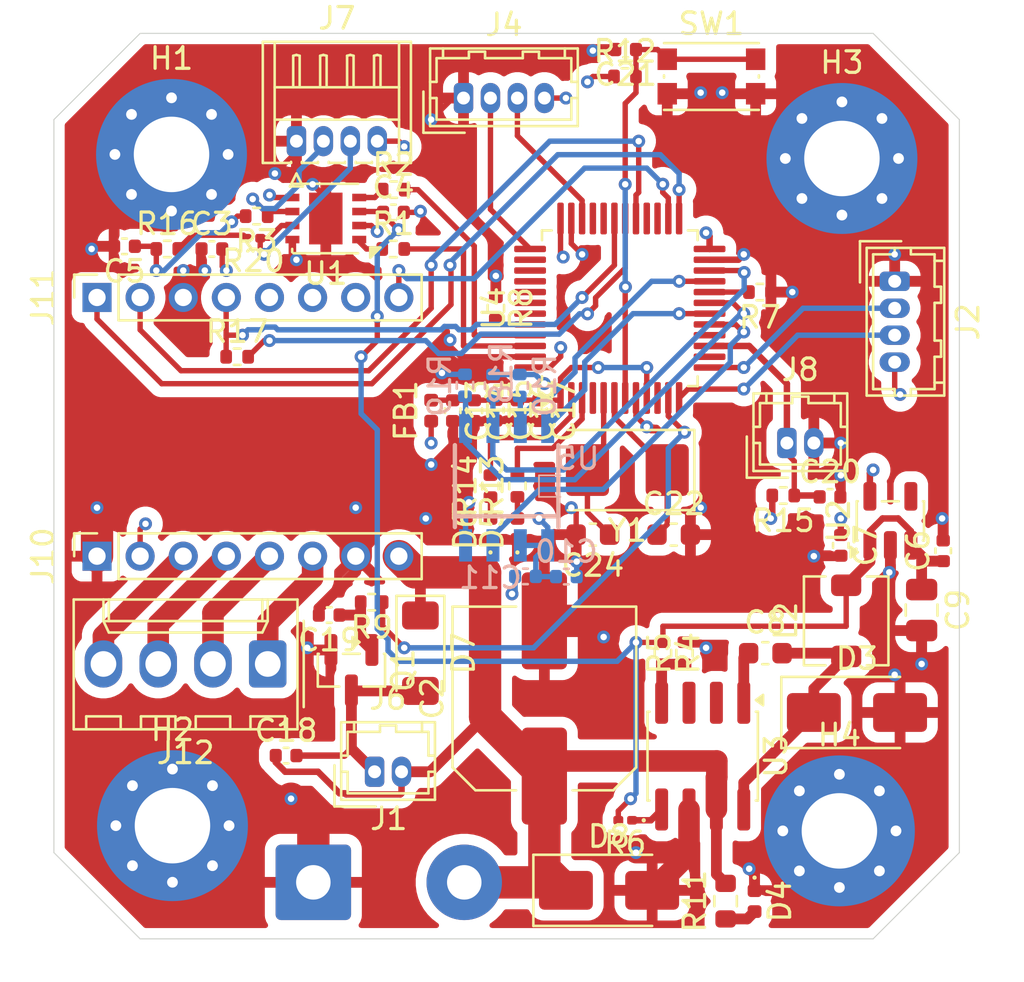
<source format=kicad_pcb>
(kicad_pcb (version 20241229) (generator "pcbnew") (generator_version "9.0")
  (layers (0 "F.Cu" signal) (4 "In1.Cu" signal) (6 "In2.Cu" signal) (2 "B.Cu" signal) (13 "F.Paste" user) (15 "B.Paste" user) (5 "F.SilkS" user "F.Silkscreen") (7 "B.SilkS" user "B.Silkscreen") (1 "F.Mask" user) (3 "B.Mask" user) (25 "Edge.Cuts" user))
  (net 0 "")
  (net 1 "GND")
  (net 2 "24V")
  (net 3 "3.3V_DİG")
  (net 4 "5V")
  (net 5 "Net-(C5-Pad1)")
  (net 6 "Net-(D3-K)")
  (net 7 "Net-(U3-BOOT)")
  (net 8 "VDDA")
  (net 9 "Net-(D7-A)")
  (net 10 "Net-(Q1-G)")
  (net 11 "TEMP_SENSE")
  (net 12 "NRST")
  (net 13 "PH1")
  (net 14 "PH0")
  (net 15 "Net-(D4-A)")
  (net 16 "Net-(D5-A)")
  (net 17 "Net-(D6-A)")
  (net 18 "DEGUB_TX")
  (net 19 "DEGUB_RX")
  (net 20 "CAN_H")
  (net 21 "SWDIO")
  (net 22 "SWCLK")
  (net 23 "DIR_AS5600")
  (net 24 "SCL_AS5600")
  (net 25 "AS5600_PWM")
  (net 26 "GPIO_AS5600")
  (net 27 "SDA_AS5600")
  (net 28 "CAN_L")
  (net 29 "M1B")
  (net 30 "M1A")
  (net 31 "M2B")
  (net 32 "M2A")
  (net 34 "TMC_USART_RX")
  (net 36 "STEP")
  (net 37 "EN")
  (net 39 "DIR")
  (net 40 "CAN_TX")
  (net 41 "Net-(U1-TXD)")
  (net 42 "Net-(U1-RXD)")
  (net 43 "CAN_RX")
  (net 44 "Net-(U3-VSNS)")
  (net 45 "Net-(U3-ENA)")
  (net 46 "Net-(U4-PB2)")
  (net 47 "Net-(U4-BOOT0)")
  (net 48 "FAN_Active")
  (net 49 "RED_LED")
  (net 50 "BLUE_LED")
  (net 51 "TMC_USART_TX")
  (net 69 "Net-(R16-Pad2)")
  (footprint "Resistor_SMD:R_0402_1005Metric" (layer "F.Cu") (at 90.76 53.25)
    (property "Reference" "R2")
    (property "Value" "22R")
  )
  (footprint "Package_TO_SOT_SMD:SOT-23" (layer "F.Cu") (at 88.8 75.538116 -90)
    (property "Reference" "Q1")
    (property "Value" "AO3400A")
  )
  (footprint "Connector_Hirose:Hirose_DF13-02P-1.25DSA_1x02_P1.25mm_Vertical" (layer "F.Cu") (at 109 65)
    (property "Reference" "J8")
    (property "Value" "Conn_01x02_Socket")
  )
  (footprint "Resistor_SMD:R_0402_1005Metric" (layer "F.Cu") (at 90.74 56)
    (property "Reference" "R1")
    (property "Value" "22R")
  )
  (footprint "Capacitor_SMD:C_0402_1005Metric" (layer "F.Cu") (at 96.5 63.5 -90)
    (property "Reference" "C16")
    (property "Value" "100nF")
  )
  (footprint "Resistor_SMD:R_0402_1005Metric" (layer "F.Cu") (at 108.83136 67.43615 180)
    (property "Reference" "R15")
    (property "Value" "10k")
  )
  (footprint "LED_SMD:LED_0402_1005Metric" (layer "F.Cu") (at 96.5 68.985 90)
    (property "Reference" "D5")
    (property "Value" "RED")
  )
  (footprint "Connector_PinSocket_2.00mm:PinSocket_1x08_P2.00mm_Vertical" (layer "F.Cu") (at 77 58.25 90)
    (property "Reference" "J11")
    (property "Value" "Conn_01x08_Socket")
  )
  (footprint "Capacitor_SMD:C_0402_1005Metric" (layer "F.Cu") (at 94.5 63.5 -90)
    (property "Reference" "C14")
    (property "Value" "100nF")
  )
  (footprint "Capacitor_SMD:C_0402_1005Metric" (layer "F.Cu") (at 90.749369 54.302419)
    (property "Reference" "C4")
    (property "Value" "0.1uF")
  )
  (footprint "Resistor_SMD:R_0402_1005Metric" (layer "F.Cu") (at 96.5 66.99 90)
    (property "Reference" "R13")
    (property "Value" "330R")
  )
  (footprint "Resistor_SMD:R_0402_1005Metric" (layer "F.Cu") (at 107.75 58 180)
    (property "Reference" "R7")
    (property "Value" "10k")
  )
  (footprint "MountingHole:MountingHole_3.5mm_Pad_Via" (layer "F.Cu") (at 111.435276 82.992262)
    (property "Reference" "H4")
    (property "Value" "MountingHole_Pad")
  )
  (footprint "Connector_Hirose:Hirose_DF13-04P-1.25DSA_1x04_P1.25mm_Vertical" (layer "F.Cu") (at 114 57.5 -90)
    (property "Reference" "J2")
    (property "Value" "Conn_01x04_Socket")
  )
  (footprint "Capacitor_SMD:C_0402_1005Metric" (layer "F.Cu") (at 111.5 69.75 -90)
    (property "Reference" "C7")
    (property "Value" "1uF")
  )
  (footprint "Button_Switch_SMD:SW_Push_1P1T_NO_CK_KMR2" (layer "F.Cu") (at 105.5 48)
    (property "Reference" "SW1")
    (property "Value" "SW_Push")
  )
  (footprint "Capacitor_SMD:C_0402_1005Metric" (layer "F.Cu") (at 111 67.5)
    (property "Reference" "C20")
    (property "Value" "100nF")
  )
  (footprint "LED_SMD:LED_0402_1005Metric" (layer "F.Cu") (at 95.25 68.985 90)
    (property "Reference" "D6")
    (property "Value" "BLUE")
  )
  (footprint "Resistor_SMD:R_0402_1005Metric" (layer "F.Cu") (at 83.5 61)
    (property "Reference" "R17")
    (property "Value" "1k")
  )
  (footprint "Capacitor_SMD:C_Elec_8x10.2" (layer "F.Cu") (at 97.75 76.85 90)
    (property "Reference" "C2")
    (property "Value" "4,7uF")
  )
  (footprint "Package_DFN_QFN:DFN-8-1EP_3x3mm_P0.65mm_EP1.55x2.4mm" (layer "F.Cu") (at 87.6125 54.587963 180)
    (property "Reference" "U1")
    (property "Value" "MCP2542FDxMF")
  )
  (footprint "Capacitor_SMD:C_0603_1608Metric" (layer "F.Cu") (at 103.75 69.25)
    (property "Reference" "C22")
    (property "Value" "20pF")
  )
  (footprint "Resistor_SMD:R_0402_1005Metric" (layer "F.Cu") (at 89.74 72.383403 180)
    (property "Reference" "R9")
    (property "Value" "100R")
  )
  (footprint "Capacitor_SMD:C_0402_1005Metric" (layer "F.Cu") (at 93.5 63.5 -90)
    (property "Reference" "C13")
    (property "Value" "100nF")
  )
  (footprint "Connector_Molex:Molex_KK-254_AE-6410-04A_1x04_P2.54mm_Vertical" (layer "F.Cu") (at 84.918435 75.25 180)
    (property "Reference" "J12")
    (property "Value" "Conn_01x04_Socket")
  )
  (footprint "Capacitor_SMD:C_0805_2012Metric" (layer "F.Cu") (at 115.25 72.75 -90)
    (property "Reference" "C9")
    (property "Value" "100uF")
  )
  (footprint "Resistor_SMD:R_0402_1005Metric" (layer "F.Cu") (at 80.26 56)
    (property "Reference" "R16")
    (property "Value" "60R")
  )
  (footprint "Capacitor_SMD:C_0402_1005Metric" (layer "F.Cu") (at 95.5 63.48 -90)
    (property "Reference" "C15")
    (property "Value" "100nF")
  )
  (footprint "Package_TO_SOT_SMD:SOT-23-5" (layer "F.Cu") (at 113.8 68.6125 90)
    (property "Reference" "U2")
    (property "Value" "AP2112K-3.3")
  )
  (footprint "Crystal:Crystal_SMD_5032-2Pin_5.0x3.2mm" (layer "F.Cu") (at 101.597911 66.255884 180)
    (property "Reference" "Y1")
    (property "Value" "Crystal")
  )
  (footprint "Inductor_SMD:L_0402_1005Metric" (layer "F.Cu") (at 92.5 63.5 90)
    (property "Reference" "FB1")
    (property "Value" "FerriteBead")
  )
  (footprint "LED_SMD:LED_0402_1005Metric" (layer "F.Cu") (at 107.5 86.25 -90)
    (property "Reference" "D4")
    (property "Value" "GREEN")
  )
  (footprint "Diode_SMD:D_0201_0603Metric" (layer "F.Cu") (at 101.5 82.5 180)
    (property "Reference" "R6")
    (property "Value" "0")
  )
  (footprint "Resistor_SMD:R_0402_1005Metric" (layer "F.Cu") (at 101.49 48)
    (property "Reference" "R12")
    (property "Value" "10k")
  )
  (footprint "Capacitor_SMD:C_0402_1005Metric" (layer "F.Cu") (at 97.5 63.5 -90)
    (property "Reference" "C17")
    (property "Value" "1uF")
  )
  (footprint "Resistor_SMD:R_0402_1005Metric" (layer "F.Cu") (at 95.5 58.75 -90)
    (property "Reference" "R8")
    (property "Value" "10k")
  )
  (footprint "Capacitor_SMD:C_0603_1608Metric" (layer "F.Cu") (at 100 69.25 180)
    (property "Reference" "C24")
    (property "Value" "20pF")
  )
  (footprint "Capacitor_SMD:C_0402_1005Metric" (layer "F.Cu") (at 78.274811 55.876273 180)
    (property "Reference" "C5")
    (property "Value" "4.7nF")
  )
  (footprint "Inductor_SMD:L_Murata_DEM3512C" (layer "F.Cu") (at 111.75 73.25 90)
    (property "Reference" "L2")
    (property "Value" "33uH")
  )
  (footprint "MountingHole:MountingHole_3.5mm_Pad_Via" (layer "F.Cu") (at 111.552944 51.802944)
    (property "Reference" "H3")
    (property "Value" "MountingHole_Pad")
  )
  (footprint "Capacitor_SMD:C_0603_1608Metric" (layer "F.Cu") (at 108 74.75)
    (property "Reference" "C8")
    (property "Value" "0.01uF")
  )
  (footprint "Resistor_SMD:R_0402_1005Metric" (layer "F.Cu") (at 103.25 74.75 -90)
    (property "Reference" "R4")
    (property "Value" "10k")
  )
  (footprint "Capacitor_SMD:C_0402_1005Metric" (layer "F.Cu") (at 85.77 79.5)
    (property "Reference" "C18")
    (property "Value" "10uF")
  )
  (footprint "Resistor_SMD:R_0603_1608Metric" (layer "F.Cu") (at 106.157379 86.251435 90)
    (property "Reference" "R11")
    (property "Value" "4.7k")
  )
  (footprint "Connector_Hirose:Hirose_DF13-02P-1.25DSA_1x02_P1.25mm_Vertical" (layer "F.Cu") (at 89.875 80.25)
    (property "Reference" "J6")
    (property "Value" "Conn_01x02_Socket")
  )
  (footprint "Package_SO:SOIC-8_3.9x4.9mm_P1.27mm" (layer "F.Cu") (at 105.095 79.525 -90)
    (property "Reference" "U3")
    (property "Value" "TPS5420D")
  )
  (footprint "Capacitor_SMD:C_0402_1005Metric" (layer "F.Cu") (at 87.77 72.98111 180)
    (property "Reference" "C19")
    (property "Value" "10nF")
  )
  (footprint "Resistor_SMD:R_0402_1005Metric" (layer "F.Cu") (at 95.25 67 90)
    (property "Reference" "R14")
    (property "Value" "330R")
  )
  (footprint "Diode_SMD:D_SMA" (layer "F.Cu") (at 112.25 77.5)
    (property "Reference" "D3")
    (property "Value" "SS34")
  )
  (footprint "Connector_PinSocket_2.00mm:PinSocket_1x08_P2.00mm_Vertical" (layer "F.Cu") (at 77 70.25 90)
    (property "Reference" "J10")
    (property "Value" "Conn_01x08_Socket")
  )
  (footprint "MountingHole:MountingHole_3.5mm_Pad_Via" (layer "F.Cu") (at 80.5 82.75)
    (property "Reference" "H2")
    (property "Value" "MountingHole_Pad")
  )
  (footprint "Package_QFP:LQFP-48_7x7mm_P0.5mm" (layer "F.Cu") (at 101.25 58.75 90)
    (property "Reference" "U4")
    (property "Value" "STM32F103C8Tx")
  )
  (footprint "Diode_SMD:D_SMA" (layer "F.Cu") (at 100.75 85.75)
    (property "Reference" "D8")
    (property "Value" "SMAJ40A")
  )
  (footprint "Capacitor_SMD:C_0402_1005Metric" (layer "F.Cu") (at 116.25 70 90)
    (property "Reference" "C6")
    (property "Value" "1uF")
  )
  (footprint "MountingHole:MountingHole_3.5mm_Pad_Via" (layer "F.Cu") (at 80.45571 51.614219)
    (property "Reference" "H1")
    (property "Value" "MountingHole_Pad")
  )
  (footprint "Resistor_SMD:R_0201_0603Metric" (layer "F.Cu") (at 84.25 55.5 180)
    (property "Reference" "R20")
    (property "Value" "0")
  )
  (footprint "Connector_Hirose:Hirose_DF13-04P-1.25DS_1x04_P1.25mm_Horizontal" (layer "F.Cu") (at 86.25 51)
    (property "Reference" "J7")
    (property "Value" "Conn_01x04_Socket")
  )
  (footprint "Resistor_SMD:R_0402_1005Metric" (layer "F.Cu") (at 104.25 74.75 90)
    (property "Reference" "R5")
    (property "Value" "3.24k")
  )
  (footprint "Resistor_SMD:R_0402_1005Metric" (layer "F.Cu") (at 84.405103 54.476539 180)
    (property "Reference" "R3")
    (property "Value" "60R")
  )
  (footprint "Connector_Hirose:Hirose_DF13-04P-1.25DSA_1x04_P1.25mm_Vertical" (layer "F.Cu") (at 94 49)
    (property "Reference" "J4")
    (property "Value" "Conn_01x04_Socket")
  )
  (footprint "Connector_Wire:SolderWire-0.75sqmm_1x02_P7mm_D1.25mm_OD3.5mm" (layer "F.Cu") (at 87.034258 85.379282)
    (property "Reference" "J1")
    (property "Value" "Conn_01x02_Socket")
  )
  (footprint "Capacitor_SMD:C_0402_1005Metric" (layer "F.Cu") (at 101.52 46.75 180)
    (property "Reference" "C21")
    (property "Value" "100nF")
  )
  (footprint "Capacitor_SMD:C_0402_1005Metric" (layer "F.Cu") (at 82.32836 56)
    (property "Reference" "C3")
    (property "Value" "0.1uF")
  )
  (footprint "Diode_SMD:D_MiniMELF" (layer "F.Cu") (at 92 74.75 -90)
    (property "Reference" "D7")
    (property "Value" "LL4148")
  )
  (footprint "Resistor_SMD:R_0402_1005Metric" (layer "B.Cu") (at 95.373942 62.333603 90)
    (property "Reference" "R18")
    (property "Value" "4.7k")
  )
  (footprint "AS5600:SOIC8" (layer "B.Cu") (at 96 67 180)
    (property "Reference" "U5")
    (property "Value" "AS5600")
  )
  (footprint "Resistor_SMD:R_0402_1005Metric" (layer "B.Cu") (at 94.067471 62.325007 -90)
    (property "Reference" "R19")
    (property "Value" "1k")
  )
  (footprint "Resistor_SMD:R_0402_1005Metric" (layer "B.Cu") (at 96.605078 62.332679 90)
    (property "Reference" "R10")
    (property "Value" "4.7k")
  )
  (footprint "Capacitor_SMD:C_0402_1005Metric" (layer "B.Cu") (at 98.77 71.196783 180)
    (property "Reference" "C10")
    (property "Value" "100nF")
  )
  (footprint "Capacitor_SMD:C_0402_1005Metric" (layer "B.Cu") (at 96.873189 71.188203)
    (property "Reference" "C11")
    (property "Value" "10uF")
  )
  (gr_line (start 75 50) (end 75 84) (stroke (width 0.05)) (layer "Edge.Cuts"))
  (gr_line (start 117 50) (end 113 46) (stroke (width 0.05)) (layer "Edge.Cuts"))
  (gr_line (start 113 88) (end 117 84) (stroke (width 0.05)) (layer "Edge.Cuts"))
  (gr_line (start 79 88) (end 113 88) (stroke (width 0.05)) (layer "Edge.Cuts"))
  (gr_line (start 79 46) (end 75 50) (stroke (width 0.05)) (layer "Edge.Cuts"))
  (gr_line (start 75 84) (end 79 88) (stroke (width 0.05)) (layer "Edge.Cuts"))
  (gr_line (start 113 46) (end 79 46) (stroke (width 0.05)) (layer "Edge.Cuts"))
  (gr_line (start 117 84) (end 117 50) (stroke (width 0.05)) (layer "Edge.Cuts"))
  (segment (start 91.947581 54.302419) (end 92 54.25) (width 0.25) (layer "F.Cu") (net 1))
  (segment (start 96.5 63.98) (end 97.5 63.98) (width 0.25) (layer "F.Cu") (net 1))
  (segment (start 81 58.25) (end 81 57) (width 0.25) (layer "F.Cu") (net 1))
  (segment (start 104.525 69.25) (end 104.525 68.475) (width 0.25) (layer "F.Cu") (net 1))
  (segment (start 95.48 63.98) (end 95.5 63.96) (width 0.25) (layer "F.Cu") (net 1))
  (segment (start 86.0625 55.562963) (end 86.0625 56.3125) (width 0.25) (layer "F.Cu") (net 1))
  (segment (start 104.99 74.24) (end 105.25 74.5) (width 0.25) (layer "F.Cu") (net 1))
  (segment (start 111.48 67.5) (end 111.48 66.52) (width 0.3) (layer "F.Cu") (net 1))
  (segment (start 77 70.25) (end 77 68) (width 1.5) (layer "F.Cu") (net 1))
  (segment (start 110.27 70.23) (end 110.25 70.25) (width 0.3) (layer "F.Cu") (net 1))
  (segment (start 104.46 84.04) (end 102.75 85.75) (width 1) (layer "F.Cu") (net 1))
  (segment (start 99 55.75) (end 99.5 56.25) (width 0.25) (layer "F.Cu") (net 1))
  (segment (start 86.850616 74.600616) (end 86.75 74.5) (width 0.3) (layer "F.Cu") (net 1))
  (segment (start 94.5 63.98) (end 95.48 63.98) (width 0.25) (layer "F.Cu") (net 1))
  (segment (start 96.48 63.96) (end 96.5 63.98) (width 0.25) (layer "F.Cu") (net 1))
  (segment (start 115.25 73.7) (end 115.25 75.25) (width 0.5) (layer "F.Cu") (net 1))
  (segment (start 103.45 48.8) (end 104.95 48.8) (width 0.25) (layer "F.Cu") (net 1))
  (segment (start 106.05 48.8) (end 106 48.75) (width 0.25) (layer "F.Cu") (net 1))
  (segment (start 81.84836 56.84836) (end 82 57) (width 0.25) (layer "F.Cu") (net 1))
  (segment (start 96.5 69.47) (end 95.25 69.47) (width 0.25) (layer "F.Cu") (net 1))
  (segment (start 76.873727 55.876273) (end 76.75 56) (width 0.25) (layer "F.Cu") (net 1))
  (segment (start 86.0625 56.3125) (end 86.25 56.5) (width 0.25) (layer "F.Cu") (net 1))
  (segment (start 108.26 58) (end 109.25 58) (width 0.3) (layer "F.Cu") (net 1))
  (segment (start 102 62.9125) (end 102 63.75) (width 0.25) (layer "F.Cu") (net 1))
  (segment (start 86.25 51) (end 86.25 51.5) (width 0.25) (layer "F.Cu") (net 1))
  (segment (start 93.5 63.98) (end 93.5 65) (width 0.25) (layer "F.Cu") (net 1))
  (segment (start 104.25 74.24) (end 104.99 74.24) (width 0.25) (layer "F.Cu") (net 1))
  (segment (start 93.86219 61) (end 93.375 60.51281) (width 0.25) (layer "F.Cu") (net 1))
  (segment (start 104.42 84) (end 102 84) (width 1) (layer "F.Cu") (net 1))
  (segment (start 104.95 48.8) (end 105 48.75) (width 0.25) (layer "F.Cu") (net 1))
  (segment (start 104.46 82) (end 104.46 84.04) (width 1) (layer "F.Cu") (net 1))
  (segment (start 81.84836 56) (end 81.84836 56.84836) (width 0.25) (layer "F.Cu") (net 1))
  (segment (start 95.5 58.24) (end 95.5 57.25) (width 0.25) (layer "F.Cu") (net 1))
  (segment (start 93.5 49) (end 92.5 50) (width 0.25) (layer "F.Cu") (net 1))
  (segment (start 107.5 85) (end 107.25 84.75) (width 0.5) (layer "F.Cu") (net 1))
  (segment (start 89.722983 54.912963) (end 89.997211 55.187191) (width 0.25) (layer "F.Cu") (net 1))
  (segment (start 111.5 70.23) (end 110.27 70.23) (width 0.3) (layer "F.Cu") (net 1))
  (segment (start 114.25 76) (end 114 75.75) (width 0.5) (layer "F.Cu") (net 1))
  (segment (start 104.525 68.475) (end 105 68) (width 0.25) (layer "F.Cu") (net 1))
  (segment (start 116.25 68.55) (end 116.2 68.5) (width 0.5) (layer "F.Cu") (net 1))
  (segment (start 106.75 56.5) (end 107 56.25) (width 0.3) (layer "F.Cu") (net 1))
  (segment (start 87.85 74.600616) (end 86.850616 74.600616) (width 0.3) (layer "F.Cu") (net 1))
  (segment (start 86.25 51.5) (end 85.25 52.5) (width 0.25) (layer "F.Cu") (net 1))
  (segment (start 111.48 66.52) (end 111.5 66.5) (width 0.3) (layer "F.Cu") (net 1))
  (segment (start 89.1625 54.912963) (end 89.722983 54.912963) (width 0.25) (layer "F.Cu") (net 1))
  (segment (start 93.22 69.47) (end 92.25 68.5) (width 0.25) (layer "F.Cu") (net 1))
  (segment (start 87.6125 53.6125) (end 87 53) (width 0.25) (layer "F.Cu") (net 1))
  (segment (start 101.04 46.75) (end 100.05 46.75) (width 0.25) (layer "F.Cu") (net 1))
  (segment (start 93.375 60.51281) (end 93.375 60.220491) (width 0.25) (layer "F.Cu") (net 1))
  (segment (start 100.05 46.75) (end 100 46.8) (width 0.25) (layer "F.Cu") (net 1))
  (segment (start 99.225 68.225) (end 99 68) (width 0.25) (layer "F.Cu") (net 1))
  (segment (start 95.5 63.96) (end 96.48 63.96) (width 0.25) (layer "F.Cu") (net 1))
  (segment (start 87.29 72.671111) (end 89 70.961111) (width 0.5) (layer "F.Cu") (net 1))
  (segment (start 99 54.5875) (end 99 55.75) (width 0.25) (layer "F.Cu") (net 1))
  (segment (start 116.25 69.52) (end 116.25 68.55) (width 0.5) (layer "F.Cu") (net 1))
  (segment (start 99.225 69.25) (end 99.225 68.225) (width 0.25) (layer "F.Cu") (net 1))
  (segment (start 95.25 69.47) (end 93.22 69.47) (width 0.25) (layer "F.Cu") (net 1))
  (segment (start 97.75 73.25) (end 99.75 73.25) (width 1.5) (layer "F.Cu") (net 1))
  (segment (start 102 63.75) (end 102.5 64.25) (width 0.25) (layer "F.Cu") (net 1))
  (segment (start 105.4125 56.5) (end 106.75 56.5) (width 0.3) (layer "F.Cu") (net 1))
  (segment (start 87.034258 82.534258) (end 86 81.5) (width 1.5) (layer "F.Cu") (net 1))
  (segment (start 113.8 70.95) (end 113.75 71) (width 0.5) (layer "F.Cu") (net 1))
  (segment (start 77.794811 55.876273) (end 76.873727 55.876273) (width 0.25) (layer "F.Cu") (net 1))
  (segment (start 89 70.25) (end 89 68) (width 1.5) (layer "F.Cu") (net 1))
  (segment (start 93.5 65) (end 92.5 66) (width 0.25) (layer "F.Cu") (net 1))
  (segment (start 87.6125 54.587963) (end 87.6125 53.6125) (width 0.25) (layer "F.Cu") (net 1))
  (segment (start 104.46 84.04) (end 104.42 84) (width 1) (layer "F.Cu") (net 1))
  (segment (start 107.5 85.765) (end 107.5 85) (width 0.5) (layer "F.Cu") (net 1))
  (segment (start 110.25 65) (end 111.5 65) (width 0.3) (layer "F.Cu") (net 1))
  (segment (start 87.29 72.98111) (end 87.29 72.671111) (width 0.5) (layer "F.Cu") (net 1))
  (segment (start 114 57.5) (end 114 56.25) (width 0.3) (layer "F.Cu") (net 1))
  (segment (start 107.55 48.8) (end 106.05 48.8) (width 0.25) (layer "F.Cu") (net 1))
  (segment (start 113.8 69.75) (end 113.8 70.95) (width 0.5) (layer "F.Cu") (net 1))
  (segment (start 99.75 73.25) (end 100.5 74) (width 1.5) (layer "F.Cu") (net 1))
  (segment (start 114.25 77.5) (end 114.25 76) (width 0.5) (layer "F.Cu") (net 1))
  (segment (start 93.5 63.98) (end 94.5 63.98) (width 0.25) (layer "F.Cu") (net 1))
  (segment (start 97.0875 61) (end 93.86219 61) (width 0.25) (layer "F.Cu") (net 1))
  (segment (start 87.034258 85.379282) (end 87.034258 82.534258) (width 1.5) (layer "F.Cu") (net 1))
  (segment (start 91.229369 54.302419) (end 91.947581 54.302419) (width 0.25) (layer "F.Cu") (net 1))
  (segment (start 94 49) (end 93.5 49) (width 0.25) (layer "F.Cu") (net 1))
  (segment (start 89 70.961111) (end 89 70.25) (width 0.5) (layer "F.Cu") (net 1))
  (via (at 111.5 65) (size 0.6) (drill 0.3) (layers "F.Cu" "B.Cu") (net 1))
  (via (at 82 57) (size 0.6) (drill 0.3) (layers "F.Cu" "B.Cu") (net 1))
  (via (at 93 61.75) (size 0.6) (drill 0.3) (layers "F.Cu" "B.Cu") (net 1))
  (via (at 86 81.5) (size 0.6) (drill 0.3) (layers "F.Cu" "B.Cu") (net 1))
  (via (at 116.2 68.5) (size 0.6) (drill 0.3) (layers "F.Cu" "B.Cu") (net 1))
  (via (at 114 75.75) (size 0.6) (drill 0.3) (layers "F.Cu" "B.Cu") (net 1))
  (via (at 89 68) (size 0.6) (drill 0.3) (layers "F.Cu" "B.Cu") (net 1))
  (via (at 96.25 72) (size 0.6) (drill 0.3) (layers "F.Cu" "B.Cu") (net 1))
  (via (at 92.5 50) (size 0.6) (drill 0.3) (layers "F.Cu" "B.Cu") (net 1))
  (via (at 107 56.25) (size 0.6) (drill 0.3) (layers "F.Cu" "B.Cu") (net 1))
  (via (at 102.5 64.25) (size 0.6) (drill 0.3) (layers "F.Cu" "B.Cu") (net 1))
  (via (at 93.375 60.220491) (size 0.6) (drill 0.3) (layers "F.Cu" "B.Cu") (net 1))
  (via (at 99.5 56.25) (size 0.6) (drill 0.3) (layers "F.Cu" "B.Cu") (net 1))
  (via (at 76.75 56) (size 0.6) (drill 0.3) (layers "F.Cu" "B.Cu") (net 1))
  (via (at 81 57) (size 0.6) (drill 0.3) (layers "F.Cu" "B.Cu") (net 1))
  (via (at 99.25 70.5) (size 0.6) (drill 0.3) (layers "F.Cu" "B.Cu") (net 1))
  (via (at 111.5 66.5) (size 0.6) (drill 0.3) (layers "F.Cu" "B.Cu") (net 1))
  (via (at 105.25 74.5) (size 0.6) (drill 0.3) (layers "F.Cu" "B.Cu") (net 1))
  (via (at 110.25 70.25) (size 0.6) (drill 0.3) (layers "F.Cu" "B.Cu") (net 1))
  (via (at 85.25 52.5) (size 0.6) (drill 0.3) (layers "F.Cu" "B.Cu") (net 1))
  (via (at 95.5 57.25) (size 0.6) (drill 0.3) (layers "F.Cu" "B.Cu") (net 1))
  (via (at 107.25 84.75) (size 0.6) (drill 0.3) (layers "F.Cu" "B.Cu") (net 1))
  (via (at 105 68) (size 0.6) (drill 0.3) (layers "F.Cu" "B.Cu") (net 1))
  (via (at 109.25 58) (size 0.6) (drill 0.3) (layers "F.Cu" "B.Cu") (net 1))
  (via (at 94.25 67.75) (size 0.6) (drill 0.3) (layers "F.Cu" "B.Cu") (net 1))
  (via (at 99 68) (size 0.6) (drill 0.3) (layers "F.Cu" "B.Cu") (net 1))
  (via (at 100.5 74) (size 0.6) (drill 0.3) (layers "F.Cu" "B.Cu") (net 1))
  (via (at 77 68) (size 0.6) (drill 0.3) (layers "F.Cu" "B.Cu") (net 1))
  (via (at 102 84) (size 0.6) (drill 0.3) (layers "F.Cu" "B.Cu") (net 1))
  (via (at 92.5 66) (size 0.6) (drill 0.3) (layers "F.Cu" "B.Cu") (net 1))
  (via (at 113.75 71) (size 0.6) (drill 0.3) (layers "F.Cu" "B.Cu") (net 1))
  (via (at 115.25 75.25) (size 0.6) (drill 0.3) (layers "F.Cu" "B.Cu") (net 1))
  (via (at 86.25 56.5) (size 0.6) (drill 0.3) (layers "F.Cu" "B.Cu") (net 1))
  (via (at 105 48.75) (size 0.6) (drill 0.3) (layers "F.Cu" "B.Cu") (net 1))
  (via (at 89.997211 55.187191) (size 0.6) (drill 0.3) (layers "F.Cu" "B.Cu") (net 1))
  (via (at 87 53) (size 0.6) (drill 0.3) (layers "F.Cu" "B.Cu") (net 1))
  (via (at 92 54.25) (size 0.6) (drill 0.3) (layers "F.Cu" "B.Cu") (net 1))
  (via (at 100 46.8) (size 0.6) (drill 0.3) (layers "F.Cu" "B.Cu") (net 1))
  (via (at 106 48.75) (size 0.6) (drill 0.3) (layers "F.Cu" "B.Cu") (net 1))
  (via (at 86.75 74.5) (size 0.6) (drill 0.3) (layers "F.Cu" "B.Cu") (net 1))
  (via (at 114 56.25) (size 0.6) (drill 0.3) (layers "F.Cu" "B.Cu") (net 1))
  (via (at 92.25 68.5) (size 0.6) (drill 0.3) (layers "F.Cu" "B.Cu") (net 1))
  (segment (start 94.095 69.75) (end 94.095 67.905) (width 0.25) (layer "B.Cu") (net 1))
  (segment (start 99.25 71.196783) (end 99.25 70.5) (width 0.25) (layer "B.Cu") (net 1))
  (segment (start 94.095 67.905) (end 94.25 67.75) (width 0.25) (layer "B.Cu") (net 1))
  (segment (start 96.393189 71.188203) (end 96.393189 71.856811) (width 0.25) (layer "B.Cu") (net 1))
  (segment (start 93.065007 61.815007) (end 93 61.75) (width 0.25) (layer "B.Cu") (net 1))
  (segment (start 96.393189 71.856811) (end 96.25 72) (width 0.25) (layer "B.Cu") (net 1))
  (segment (start 94.067471 61.815007) (end 93.065007 61.815007) (width 0.25) (layer "B.Cu") (net 1))
  (segment (start 98.379282 85.379282) (end 98.75 85.75) (width 1.5) (layer "F.Cu") (net 2))
  (segment (start 98.45 79.75) (end 105.75 79.75) (width 1) (layer "F.Cu") (net 2))
  (segment (start 85.730001 80.25) (end 87.25 80.25) (width 0.3) (layer "F.Cu") (net 2))
  (segment (start 97.75 80.45) (end 98.45 79.75) (width 1) (layer "F.Cu") (net 2))
  (segment (start 105.73 80.52) (end 105.73 82) (width 1) (layer "F.Cu") (net 2))
  (segment (start 105.75 79.75) (end 105.75 80.5) (width 1) (layer "F.Cu") (net 2))
  (segment (start 92 73) (end 92 71.25) (width 0.5) (layer "F.Cu") (net 2))
  (segment (start 95 71) (end 95 77.7) (width 1.5) (layer "F.Cu") (net 2))
  (segment (start 88.5 81.25) (end 88.551 81.301) (width 0.3) (layer "F.Cu") (net 2))
  (segment (start 91.074 81.301) (end 91.125 81.25) (width 0.3) (layer "F.Cu") (net 2))
  (segment (start 91.75 71) (end 92.25 71) (width 1.5) (layer "F.Cu") (net 2))
  (segment (start 94.034258 85.379282) (end 98.379282 85.379282) (width 1.5) (layer "F.Cu") (net 2))
  (segment (start 88.25 81.25) (end 88.5 81.25) (width 0.3) (layer "F.Cu") (net 2))
  (segment (start 92.25 71) (end 95 71) (width 1.5) (layer "F.Cu") (net 2))
  (segment (start 85.29 79.5) (end 85.29 79.809999) (width 0.3) (layer "F.Cu") (net 2))
  (segment (start 91.125 81.25) (end 91.125 80.25) (width 0.3) (layer "F.Cu") (net 2))
  (segment (start 105.75 80.5) (end 105.73 80.52) (width 1) (layer "F.Cu") (net 2))
  (segment (start 91 70.25) (end 91.75 71) (width 1.5) (layer "F.Cu") (net 2))
  (segment (start 92.45 80.25) (end 95 77.7) (width 0.5) (layer "F.Cu") (net 2))
  (segment (start 105.73 82) (end 105.73 84.999056) (width 0.5) (layer "F.Cu") (net 2))
  (segment (start 88.551 81.301) (end 91.074 81.301) (width 0.3) (layer "F.Cu") (net 2))
  (segment (start 87.25 80.25) (end 88.25 81.25) (width 0.3) (layer "F.Cu") (net 2))
  (segment (start 97.75 84.75) (end 98.75 85.75) (width 1.5) (layer "F.Cu") (net 2))
  (segment (start 92 71.25) (end 92.25 71) (width 0.5) (layer "F.Cu") (net 2))
  (segment (start 97.75 80.45) (end 97.75 84.75) (width 1.5) (layer "F.Cu") (net 2))
  (segment (start 105.73 84.999056) (end 106.157379 85.426435) (width 0.5) (layer "F.Cu") (net 2))
  (segment (start 85.29 79.809999) (end 85.730001 80.25) (width 0.3) (layer "F.Cu") (net 2))
  (segment (start 91.125 80.25) (end 92.45 80.25) (width 0.5) (layer "F.Cu") (net 2))
  (segment (start 95 77.7) (end 97.75 80.45) (width 1.5) (layer "F.Cu") (net 2))
  (segment (start 108.32136 68.42864) (end 108.25 68.5) (width 0.3) (layer "F.Cu") (net 3))
  (segment (start 79 69) (end 79.25 68.75) (width 0.25) (layer "F.Cu") (net 3))
  (segment (start 90 51) (end 91 51) (width 0.25) (layer "F.Cu") (net 3))
  (segment (start 82.80836 56) (end 82.80836 56.80836) (width 0.25) (layer "F.Cu") (net 3))
  (segment (start 114 61.25) (end 114 62.5) (width 0.25) (layer "F.Cu") (net 3))
  (segment (start 97.75 49) (end 98.75 49) (width 0.25) (layer "F.Cu") (net 3))
  (segment (start 105.4125 55.4125) (end 105.25 55.25) (width 0.3) (layer "F.Cu") (net 3))
  (segment (start 82.80836 56.80836) (end 83 57) (width 0.25) (layer "F.Cu") (net 3))
  (segment (start 114 62.5) (end 114.25 62.75) (width 0.25) (layer "F.Cu") (net 3))
  (segment (start 85.112963 53.612963) (end 85 53.5) (width 0.25) (layer "F.Cu") (net 3))
  (segment (start 86.0625 53.612963) (end 85.112963 53.612963) (width 0.25) (layer "F.Cu") (net 3))
  (segment (start 112.85 67.475) (end 112.85 66.4) (width 0.3) (layer "F.Cu") (net 3))
  (segment (start 92.5 63.985) (end 92.5 65) (width 0.25) (layer "F.Cu") (net 3))
  (segment (start 100 48) (end 99.75 48.25) (width 0.25) (layer "F.Cu") (net 3))
  (segment (start 98.625 56.375) (end 98.5 56.25) (width 0.25) (layer "F.Cu") (net 3))
  (segment (start 98.5 56.25) (end 98.5 54.5875) (width 0.25) (layer "F.Cu") (net 3))
  (segment (start 91 51) (end 91.25 51.25) (width 0.25) (layer "F.Cu") (net 3))
  (segment (start 79 70.25) (end 79 69) (width 0.25) (layer "F.Cu") (net 3))
  (segment (start 98 61.5) (end 97.0875 61.5) (width 0.25) (layer "F.Cu") (net 3))
  (segment (start 98.508276 60.571901) (end 98.508276 60.991724) (width 0.25) (layer "F.Cu") (net 3))
  (segment (start 98.508276 60.991724) (end 98 61.5) (width 0.25) (layer "F.Cu") (net 3))
  (segment (start 111.5 69.27) (end 111.5 68.5) (width 0.3) (layer "F.Cu") (net 3))
  (segment (start 112.85 66.4) (end 113 66.25) (width 0.3) (layer "F.Cu") (net 3))
  (segment (start 108.32136 67.43615) (end 108.32136 68.42864) (width 0.3) (layer "F.Cu") (net 3))
  (segment (start 105.4125 56) (end 105.4125 55.4125) (width 0.3) (layer "F.Cu") (net 3))
  (segment (start 100.98 48) (end 100 48) (width 0.25) (layer "F.Cu") (net 3))
  (via (at 91.25 51.25) (size 0.6) (drill 0.3) (layers "F.Cu" "B.Cu") (net 3))
  (via (at 113 66.25) (size 0.6) (drill 0.3) (layers "F.Cu" "B.Cu") (net 3))
  (via (at 98.75 49) (size 0.6) (drill 0.3) (layers "F.Cu" "B.Cu") (net 3))
  (via (at 108.25 68.5) (size 0.6) (drill 0.3) (layers "F.Cu" "B.Cu") (net 3))
  (via (at 97.750743 62.244503) (size 0.6) (drill 0.3) (layers "F.Cu" "B.Cu") (net 3))
  (via (at 111.5 68.5) (size 0.6) (drill 0.3) (layers "F.Cu" "B.Cu") (net 3))
  (via (at 83 57) (size 0.6) (drill 0.3) (layers "F.Cu" "B.Cu") (net 3))
  (via (at 99.75 48.25) (size 0.6) (drill 0.3) (layers "F.Cu" "B.Cu") (net 3))
  (via (at 98.508276 60.571901) (size 0.6) (drill 0.3) (layers "F.Cu" "B.Cu") (net 3))
  (via (at 114.25 62.75) (size 0.6) (drill 0.3) (layers "F.Cu" "B.Cu") (net 3))
  (via (at 98.625 56.375) (size 0.6) (drill 0.3) (layers "F.Cu" "B.Cu") (net 3))
  (via (at 79.25 68.75) (size 0.6) (drill 0.3) (layers "F.Cu" "B.Cu") (net 3))
  (via (at 105.25 55.25) (size 0.6) (drill 0.3) (layers "F.Cu" "B.Cu") (net 3))
  (via (at 85 53.5) (size 0.6) (drill 0.3) (layers "F.Cu" "B.Cu") (net 3))
  (via (at 92.5 65) (size 0.6) (drill 0.3) (layers "F.Cu" "B.Cu") (net 3))
  (via (at 97.5 68.5) (size 0.6) (drill 0.3) (layers "F.Cu" "B.Cu") (net 3))
  (segment (start 97.905 69.75) (end 97.905 68.905) (width 0.25) (layer "B.Cu") (net 3))
  (segment (start 95.374866 61.822679) (end 95.373942 61.823603) (width 0.25) (layer "B.Cu") (net 3))
  (segment (start 98.29 71.196783) (end 97.361769 71.196783) (width 0.25) (layer "B.Cu") (net 3))
  (segment (start 96.605078 61.822679) (end 97.328919 61.822679) (width 0.25) (layer "B.Cu") (net 3))
  (segment (start 97.328919 61.822679) (end 97.750743 62.244503) (width 0.25) (layer "B.Cu") (net 3))
  (segment (start 96.605078 61.822679) (end 95.374866 61.822679) (width 0.25) (layer "B.Cu") (net 3))
  (segment (start 97.905 68.905) (end 97.5 68.5) (width 0.25) (layer "B.Cu") (net 3))
  (segment (start 96.635 69.75) (end 97.905 69.75) (width 0.25) (layer "B.Cu") (net 3))
  (segment (start 97.361769 71.196783) (end 97.353189 71.188203) (width 0.25) (layer "B.Cu") (net 3))
  (segment (start 97.353189 71.188203) (end 97.353189 70.301811) (width 0.25) (layer "B.Cu") (net 3))
  (segment (start 97.353189 70.301811) (end 97.905 69.75) (width 0.25) (layer "B.Cu") (net 3))
  (segment (start 112.85 69.087501) (end 113.437501 68.5) (width 0.3) (layer "F.Cu") (net 4))
  (segment (start 115.25 70.25) (end 114.75 69.75) (width 0.5) (layer "F.Cu") (net 4))
  (segment (start 114.75 69.75) (end 115.48 70.48) (width 0.5) (layer "F.Cu") (net 4))
  (segment (start 90.269369 54.392665) (end 90.97988 55.103176) (width 0.25) (layer "F.Cu") (net 4))
  (segment (start 90 59.125) (end 90 60.25) (width 0.25) (layer "F.Cu") (net 4))
  (segment (start 114.162499 68.5) (end 114.75 69.087501) (width 0.3) (layer "F.Cu") (net 4))
  (segment (start 103.24 74.25) (end 103.25 74.24) (width 0.25) (layer "F.Cu") (net 4))
  (segment (start 115.48 70.48) (end 116.25 70.48) (width 0.5) (layer "F.Cu") (net 4))
  (segment (start 112.85 70.5) (end 111.75 71.6) (width 0.5) (layer "F.Cu") (net 4))
  (segment (start 101.18 82.5) (end 101.18 82.07) (width 0.25) (layer "F.Cu") (net 4))
  (segment (start 90 60.25) (end 89.25 61) (width 0.25) (layer "F.Cu") (net 4))
  (segment (start 111.75 71.6) (end 111.75 73.5) (width 0.25) (layer "F.Cu") (net 4))
  (segment (start 103.25 73.5) (end 103.25 74.24) (width 0.25) (layer "F.Cu") (net 4))
  (segment (start 111.75 73.5) (end 103.25 73.5) (width 0.25) (layer "F.Cu") (net 4))
  (segment (start 90.229913 54.262963) (end 90.269369 54.302419) (width 0.25) (layer "F.Cu") (net 4))
  (segment (start 101.18 82.07) (end 101.75 81.5) (width 0.25) (layer "F.Cu") (net 4))
  (segment (start 113.437501 68.5) (end 114.162499 68.5) (width 0.3) (layer "F.Cu") (net 4))
  (segment (start 114.75 69.087501) (end 114.75 69.75) (width 0.3) (layer "F.Cu") (net 4))
  (segment (start 90.269369 54.302419) (end 90.269369 54.392665) (width 0.25) (layer "F.Cu") (net 4))
  (segment (start 112.85 69.75) (end 112.85 70.5) (width 0.5) (layer "F.Cu") (net 4))
  (segment (start 112.85 69.75) (end 112.85 69.087501) (width 0.3) (layer "F.Cu") (net 4))
  (segment (start 102 74.25) (end 103.24 74.25) (width 0.25) (layer "F.Cu") (net 4))
  (segment (start 89.1625 54.262963) (end 90.229913 54.262963) (width 0.25) (layer "F.Cu") (net 4))
  (segment (start 115.25 71.8) (end 115.25 70.25) (width 0.5) (layer "F.Cu") (net 4))
  (via (at 102 74.25) (size 0.6) (drill 0.3) (layers "F.Cu" "B.Cu") (net 4))
  (via (at 90 59.125) (size 0.6) (drill 0.3) (layers "F.Cu" "B.Cu") (net 4))
  (via (at 90.97988 55.103176) (size 0.6) (drill 0.3) (layers "F.Cu" "B.Cu") (net 4))
  (via (at 101.75 81.5) (size 0.6) (drill 0.3) (layers "F.Cu" "B.Cu") (net 4))
  (via (at 89.25 61) (size 0.6) (drill 0.3) (layers "F.Cu" "B.Cu") (net 4))
  (segment (start 102 81.25) (end 102 74.25) (width 0.25) (layer "B.Cu") (net 4))
  (segment (start 90.97988 55.103176) (end 90 56.083056) (width 0.25) (layer "B.Cu") (net 4))
  (segment (start 90.990702 75.126) (end 101.124 75.126) (width 0.25) (layer "B.Cu") (net 4))
  (segment (start 89.25 61) (end 89.25 63.635298) (width 0.25) (layer "B.Cu") (net 4))
  (segment (start 90.5 74.635298) (end 90.990702 75.126) (width 0.25) (layer "B.Cu") (net 4))
  (segment (start 90 64.385298) (end 90 73.616702) (width 0.25) (layer "B.Cu") (net 4))
  (segment (start 101.75 81.5) (end 102 81.25) (width 0.25) (layer "B.Cu") (net 4))
  (segment (start 101.124 75.126) (end 102 74.25) (width 0.25) (layer "B.Cu") (net 4))
  (segment (start 90.5 74.116702) (end 90.5 74.635298) (width 0.25) (layer "B.Cu") (net 4))
  (segment (start 90 56.083056) (end 90 59.125) (width 0.25) (layer "B.Cu") (net 4))
  (segment (start 90 73.616702) (end 90.5 74.116702) (width 0.25) (layer "B.Cu") (net 4))
  (segment (start 89.25 63.635298) (end 90 64.385298) (width 0.25) (layer "B.Cu") (net 4))
  (segment (start 79.626273 55.876273) (end 79.75 56) (width 0.25) (layer "F.Cu") (net 5))
  (segment (start 79.75 57) (end 79.75 56) (width 0.25) (layer "F.Cu") (net 5))
  (segment (start 83.512461 54.476539) (end 83.25 54.739) (width 0.25) (layer "F.Cu") (net 5))
  (segment (start 78.754811 55.876273) (end 79.626273 55.876273) (width 0.25) (layer "F.Cu") (net 5))
  (segment (start 83.895103 54.476539) (end 83.512461 54.476539) (width 0.25) (layer "F.Cu") (net 5))
  (via (at 79.75 57) (size 0.6) (drill 0.3) (layers "F.Cu" "B.Cu") (net 5))
  (via (at 83.25 54.739) (size 0.6) (drill 0.3) (layers "F.Cu" "B.Cu") (net 5))
  (segment (start 81.864702 55.25) (end 80.114702 57) (width 0.25) (layer "B.Cu") (net 5))
  (segment (start 82.739 55.25) (end 81.864702 55.25) (width 0.25) (layer "B.Cu") (net 5))
  (segment (start 80.114702 57) (end 79.75 57) (width 0.25) (layer "B.Cu") (net 5))
  (segment (start 83.25 54.739) (end 82.739 55.25) (width 0.25) (layer "B.Cu") (net 5))
  (segment (start 107 80.75) (end 110.25 77.5) (width 0.5) (layer "F.Cu") (net 6))
  (segment (start 108.775 74.75) (end 111.6 74.75) (width 0.5) (layer "F.Cu") (net 6))
  (segment (start 110.25 76.4) (end 111.75 74.9) (width 0.5) (layer "F.Cu") (net 6))
  (segment (start 110.25 77.5) (end 110.25 76.4) (width 0.5) (layer "F.Cu") (net 6))
  (segment (start 111.6 74.75) (end 111.75 74.9) (width 0.5) (layer "F.Cu") (net 6))
  (segment (start 107 82) (end 107 80.75) (width 0.5) (layer "F.Cu") (net 6))
  (segment (start 107 74.975) (end 107.225 74.75) (width 0.5) (layer "F.Cu") (net 7))
  (segment (start 107 77.05) (end 107 74.975) (width 0.5) (layer "F.Cu") (net 7))
  (segment (start 98.5 62.9125) (end 98.5 62) (width 0.25) (layer "F.Cu") (net 8))
  (segment (start 98.5 62) (end 99 61.5) (width 0.25) (layer "F.Cu") (net 8))
  (segment (start 99 61.5) (end 100.25 61.5) (width 0.25) (layer "F.Cu") (net 8))
  (segment (start 92.5 63.015) (end 98.3975 63.015) (width 0.25) (layer "F.Cu") (net 8))
  (segment (start 98.3975 63.015) (end 98.5 62.9125) (width 0.25) (layer "F.Cu") (net 8))
  (segment (start 102.5 61.5) (end 102.5 62.9125) (width 0.25) (layer "F.Cu") (net 8))
  (via (at 102.5 61.5) (size 0.6) (drill 0.3) (layers "F.Cu" "B.Cu") (net 8))
  (via (at 100.25 61.5) (size 0.6) (drill 0.3) (layers "F.Cu" "B.Cu") (net 8))
  (segment (start 100.25 61.5) (end 102.5 61.5) (width 0.25) (layer "B.Cu") (net 8))
  (segment (start 88.8 79.175) (end 89.875 80.25) (width 0.5) (layer "F.Cu") (net 9))
  (segment (start 88.8 76.475616) (end 88.8 79.175) (width 0.5) (layer "F.Cu") (net 9))
  (segment (start 86.25 79.5) (end 88.475 79.5) (width 0.3) (layer "F.Cu") (net 9))
  (segment (start 92 76.5) (end 88.824384 76.5) (width 0.5) (layer "F.Cu") (net 9))
  (segment (start 88.824384 76.5) (end 88.8 76.475616) (width 0.5) (layer "F.Cu") (net 9))
  (segment (start 88.475 79.5) (end 88.8 79.175) (width 0.3) (layer "F.Cu") (net 9))
  (segment (start 89.23 72.383403) (end 89.23 73) (width 0.5) (layer "F.Cu") (net 10))
  (segment (start 89.23 73) (end 89.23 74.080616) (width 0.5) (layer "F.Cu") (net 10))
  (segment (start 89.21111 72.98111) (end 89.23 73) (width 0.5) (layer "F.Cu") (net 10))
  (segment (start 88.25 72.98111) (end 89.21111 72.98111) (width 0.5) (layer "F.Cu") (net 10))
  (segment (start 89.23 74.080616) (end 89.75 74.600616) (width 0.5) (layer "F.Cu") (net 10))
  (segment (start 109.34136 65.84136) (end 109.34136 67.43615) (width 0.25) (layer "F.Cu") (net 11))
  (segment (start 109 65.5) (end 109.34136 65.84136) (width 0.25) (layer "F.Cu") (net 11))
  (segment (start 109.34136 67.43615) (end 110.45615 67.43615) (width 0.3) (layer "F.Cu") (net 11))
  (segment (start 105.4125 60.5) (end 107.25 60.5) (width 0.3) (layer "F.Cu") (net 11))
  (segment (start 109 62.25) (end 109 65) (width 0.3) (layer "F.Cu") (net 11))
  (segment (start 107.25 60.5) (end 109 62.25) (width 0.3) (layer "F.Cu") (net 11))
  (segment (start 109 65) (end 109 65.5) (width 0.25) (layer "F.Cu") (net 11))
  (segment (start 110.45615 67.43615) (end 110.52 67.5) (width 0.3) (layer "F.Cu") (net 11))
  (segment (start 103.45 47.2) (end 107.55 47.2) (width 0.25) (layer "F.Cu") (net 12))
  (segment (start 103 46.75) (end 103.45 47.2) (width 0.25) (layer "F.Cu") (net 12))
  (segment (start 101.5 62.9125) (end 101.5 57.771694) (width 0.25) (layer "F.Cu") (net 12))
  (segment (start 101.5 49.25) (end 102 48.75) (width 0.25) (layer "F.Cu") (net 12))
  (segment (start 101.5 57.771694) (end 101.510847 57.760847) (width 0.25) (layer "F.Cu") (net 12))
  (segment (start 102 46.75) (end 103 46.75) (width 0.25) (layer "F.Cu") (net 12))
  (segment (start 101.5 53) (end 101.5 49.25) (width 0.25) (layer "F.Cu") (net 12))
  (segment (start 102 48.75) (end 102 48) (width 0.25) (layer "F.Cu") (net 12))
  (segment (start 102 48) (end 102 46.75) (width 0.25) (layer "F.Cu") (net 12))
  (via (at 101.5 53) (size 0.6) (drill 0.3) (layers "F.Cu" "B.Cu") (net 12))
  (via (at 101.510847 57.760847) (size 0.6) (drill 0.3) (layers "F.Cu" "B.Cu") (net 12))
  (segment (start 101.5 53) (end 101.5 57.75) (width 0.25) (layer "B.Cu") (net 12))
  (segment (start 101.5 57.75) (end 101.510847 57.760847) (width 0.25) (layer "B.Cu") (net 12))
  (segment (start 103.447911 66.255884) (end 103.447911 68.777089) (width 0.25) (layer "F.Cu") (net 13))
  (segment (start 101 62.9125) (end 101 63.807973) (width 0.25) (layer "F.Cu") (net 13))
  (segment (start 103.447911 68.777089) (end 102.975 69.25) (width 0.25) (layer "F.Cu") (net 13))
  (segment (start 101 63.807973) (end 103.447911 66.255884) (width 0.25) (layer "F.Cu") (net 13))
  (segment (start 99.747911 66.255884) (end 99.747911 68.222911) (width 0.25) (layer "F.Cu") (net 14))
  (segment (start 99.747911 68.222911) (end 100.775 69.25) (width 0.25) (layer "F.Cu") (net 14))
  (segment (start 100.5 65.503795) (end 100.5 62.9125) (width 0.25) (layer "F.Cu") (net 14))
  (segment (start 99.747911 66.255884) (end 100.5 65.503795) (width 0.25) (layer "F.Cu") (net 14))
  (segment (start 107.158565 87.076435) (end 107.5 86.735) (width 0.5) (layer "F.Cu") (net 15))
  (segment (start 106.157379 87.076435) (end 107.158565 87.076435) (width 0.5) (layer "F.Cu") (net 15))
  (segment (start 96.5 67.5) (end 96.5 68.5) (width 0.25) (layer "F.Cu") (net 16))
  (segment (start 95.25 67.51) (end 95.25 68.5) (width 0.25) (layer "F.Cu") (net 17))
  (segment (start 104.4125 62.5) (end 107 62.5) (width 0.25) (layer "F.Cu") (net 18))
  (segment (start 104 62.9125) (end 104.4125 62.5) (width 0.25) (layer "F.Cu") (net 18))
  (via (at 107 62.5) (size 0.6) (drill 0.3) (layers "F.Cu" "B.Cu") (net 18))
  (segment (start 109.5 60) (end 114 60) (width 0.25) (layer "B.Cu") (net 18))
  (segment (start 107 62.5) (end 109.5 60) (width 0.25) (layer "B.Cu") (net 18))
  (segment (start 105.4125 61.5) (end 107 61.5) (width 0.25) (layer "F.Cu") (net 19))
  (via (at 107 61.5) (size 0.6) (drill 0.3) (layers "F.Cu" "B.Cu") (net 19))
  (segment (start 107 61.5) (end 109.75 58.75) (width 0.25) (layer "B.Cu") (net 19))
  (segment (start 109.75 58.75) (end 114 58.75) (width 0.25) (layer "B.Cu") (net 19))
  (segment (start 84.57 55.5) (end 84.57 56.07) (width 0.25) (layer "F.Cu") (net 20))
  (segment (start 85.5605 54.912963) (end 86.0625 54.912963) (width 0.25) (layer "F.Cu") (net 20))
  (segment (start 84.973463 55.5) (end 85.5605 54.912963) (width 0.25) (layer "F.Cu") (net 20))
  (segment (start 84.57 56.07) (end 84.75 56.25) (width 0.25) (layer "F.Cu") (net 20))
  (segment (start 84.57 55.5) (end 84.973463 55.5) (width 0.25) (layer "F.Cu") (net 20))
  (via (at 84.75 56.25) (size 0.6) (drill 0.3) (layers "F.Cu" "B.Cu") (net 20))
  (segment (start 88.75 52.25) (end 88.75 51) (width 0.25) (layer "B.Cu") (net 20))
  (segment (start 84.75 56.25) (end 88.75 52.25) (width 0.25) (layer "B.Cu") (net 20))
  (segment (start 96.5 50.75) (end 96.5 49) (width 0.25) (layer "F.Cu") (net 21))
  (segment (start 99.5 54.5875) (end 99.5 53.75) (width 0.25) (layer "F.Cu") (net 21))
  (segment (start 99.5 53.75) (end 96.5 50.75) (width 0.25) (layer "F.Cu") (net 21))
  (segment (start 95.25 49) (end 95.25 54.1625) (width 0.25) (layer "F.Cu") (net 22))
  (segment (start 95.25 54.1625) (end 97.0875 56) (width 0.25) (layer "F.Cu") (net 22))
  (segment (start 104 59) (end 105.4125 59) (width 0.25) (layer "F.Cu") (net 23))
  (via (at 104 59) (size 0.6) (drill 0.3) (layers "F.Cu" "B.Cu") (net 23))
  (segment (start 99.624 61.240702) (end 101.864702 59) (width 0.25) (layer "B.Cu") (net 23))
  (segment (start 99.624 62.531) (end 99.624 61.240702) (width 0.25) (layer "B.Cu") (net 23))
  (segment (start 97.905 64.25) (end 99.624 62.531) (width 0.25) (layer "B.Cu") (net 23))
  (segment (start 101.864702 59) (end 104 59) (width 0.25) (layer "B.Cu") (net 23))
  (segment (start 104 57.5) (end 105.4125 57.5) (width 0.25) (layer "F.Cu") (net 24))
  (via (at 104 57.5) (size 0.6) (drill 0.3) (layers "F.Cu" "B.Cu") (net 24))
  (segment (start 97.582497 62.870503) (end 98.010041 62.870503) (width 0.25) (layer "B.Cu") (net 24))
  (segment (start 102.726892 57.5) (end 104 57.5) (width 0.25) (layer "B.Cu") (net 24))
  (segment (start 96.635 64.25) (end 96.635 63.818) (width 0.25) (layer "B.Cu") (net 24))
  (segment (start 96.635 62.872601) (end 96.605078 62.842679) (width 0.25) (layer "B.Cu") (net 24))
  (segment (start 98.010041 62.870503) (end 99.173 61.707544) (width 0.25) (layer "B.Cu") (net 24))
  (segment (start 96.635 63.818) (end 97.582497 62.870503) (width 0.25) (layer "B.Cu") (net 24))
  (segment (start 99.173 61.707544) (end 99.173 61.053892) (width 0.25) (layer "B.Cu") (net 24))
  (segment (start 96.635 64.25) (end 96.635 62.872601) (width 0.25) (layer "B.Cu") (net 24))
  (segment (start 99.173 61.053892) (end 102.726892 57.5) (width 0.25) (layer "B.Cu") (net 24))
  (segment (start 106.964702 59.85) (end 106.614702 59.5) (width 0.25) (layer "F.Cu") (net 25))
  (segment (start 106.614702 59.5) (end 105.4125 59.5) (width 0.25) (layer "F.Cu") (net 25))
  (segment (start 107 59.85) (end 106.964702 59.85) (width 0.25) (layer "F.Cu") (net 25))
  (via (at 107 59.85) (size 0.6) (drill 0.3) (layers "F.Cu" "B.Cu") (net 25))
  (segment (start 106.374 60.476) (end 107 59.85) (width 0.25) (layer "B.Cu") (net 25))
  (segment (start 95.365 69.75) (end 95.365 69.318) (width 0.25) (layer "B.Cu") (net 25))
  (segment (start 106.374 61.261298) (end 106.374 60.476) (width 0.25) (layer "B.Cu") (net 25))
  (segment (start 97.531 67.152) (end 100.483298 67.152) (width 0.25) (layer "B.Cu") (net 25))
  (segment (start 95.365 69.318) (end 97.531 67.152) (width 0.25) (layer "B.Cu") (net 25))
  (segment (start 100.483298 67.152) (end 106.374 61.261298) (width 0.25) (layer "B.Cu") (net 25))
  (segment (start 106.5 58.5) (end 105.4125 58.5) (width 0.25) (layer "F.Cu") (net 26))
  (segment (start 107 59) (end 106.5 58.5) (width 0.25) (layer "F.Cu") (net 26))
  (via (at 107 59) (size 0.6) (drill 0.3) (layers "F.Cu" "B.Cu") (net 26))
  (segment (start 94.095 64.25) (end 94.095 62.862536) (width 0.25) (layer "B.Cu") (net 26))
  (segment (start 94.095 62.862536) (end 94.067471 62.835007) (width 0.25) (layer "B.Cu") (net 26))
  (segment (start 106.864702 59) (end 107 59) (width 0.25) (layer "B.Cu") (net 26))
  (segment (start 94.095 64.25) (end 94.095 64.98281) (width 0.25) (layer "B.Cu") (net 26))
  (segment (start 99.163702 66.701) (end 106.864702 59) (width 0.25) (layer "B.Cu") (net 26))
  (segment (start 95.81319 66.701) (end 99.163702 66.701) (width 0.25) (layer "B.Cu") (net 26))
  (segment (start 94.095 64.98281) (end 95.81319 66.701) (width 0.25) (layer "B.Cu") (net 26))
  (segment (start 107.018971 57.091739) (end 106.927232 57) (width 0.25) (layer "F.Cu") (net 27))
  (segment (start 106.927232 57) (end 105.4125 57) (width 0.25) (layer "F.Cu") (net 27))
  (via (at 107.018971 57.091739) (size 0.6) (drill 0.3) (layers "F.Cu" "B.Cu") (net 27))
  (segment (start 107.018971 57.866327) (end 107.018971 57.091739) (width 0.25) (layer "B.Cu") (net 27))
  (segment (start 95.365 64.25) (end 95.35953 64.25547) (width 0.25) (layer "B.Cu") (net 27))
  (segment (start 95.35953 65.567278) (end 95.35953 65.60953) (width 0.25) (layer "B.Cu") (net 27))
  (segment (start 95.365 62.852545) (end 95.373942 62.843603) (width 0.25) (layer "B.Cu") (net 27))
  (segment (start 96 66.25) (end 98.635298 66.25) (width 0.25) (layer "B.Cu") (net 27))
  (segment (start 95.35953 64.25547) (end 95.35953 65.567278) (width 0.25) (layer "B.Cu") (net 27))
  (segment (start 98.635298 66.25) (end 107.018971 57.866327) (width 0.25) (layer "B.Cu") (net 27))
  (segment (start 95.365 64.25) (end 95.365 62.852545) (width 0.25) (layer "B.Cu") (net 27))
  (segment (start 95.35953 65.60953) (end 96 66.25) (width 0.25) (layer "B.Cu") (net 27))
  (segment (start 84.915103 54.476539) (end 85.128679 54.262963) (width 0.25) (layer "F.Cu") (net 28))
  (segment (start 84.915103 54.377646) (end 84.221441 53.683984) (width 0.25) (layer "F.Cu") (net 28))
  (segment (start 84.915103 54.476539) (end 84.915103 54.377646) (width 0.25) (layer "F.Cu") (net 28))
  (segment (start 85.128679 54.262963) (end 86.0625 54.262963) (width 0.25) (layer "F.Cu") (net 28))
  (via (at 84.221441 53.683984) (size 0.6) (drill 0.3) (layers "F.Cu" "B.Cu") (net 28))
  (segment (start 86.374 53.011298) (end 86.374 52.376) (width 0.25) (layer "B.Cu") (net 28))
  (segment (start 87.5 51.25) (end 87.5 51) (width 0.25) (layer "B.Cu") (net 28))
  (segment (start 84.221441 53.683984) (end 84.663457 54.126) (width 0.25) (layer "B.Cu") (net 28))
  (segment (start 85.259298 54.126) (end 86.374 53.011298) (width 0.25) (layer "B.Cu") (net 28))
  (segment (start 86.374 52.376) (end 87.5 51.25) (width 0.25) (layer "B.Cu") (net 28))
  (segment (start 84.663457 54.126) (end 85.259298 54.126) (width 0.25) (layer "B.Cu") (net 28))
  (segment (start 84.918435 75.25) (end 84.918435 73.331565) (width 1) (layer "F.Cu") (net 29))
  (segment (start 87 71.25) (end 87 70.25) (width 1) (layer "F.Cu") (net 29))
  (segment (start 84.918435 73.331565) (end 87 71.25) (width 1) (layer "F.Cu") (net 29))
  (segment (start 85 70.25) (end 82.378435 72.871565) (width 1) (layer "F.Cu") (net 30))
  (segment (start 82.378435 72.871565) (end 82.378435 75.25) (width 1) (layer "F.Cu") (net 30))
  (segment (start 81 70.25) (end 77.298435 73.951565) (width 1) (layer "F.Cu") (net 31))
  (segment (start 77.298435 73.951565) (end 77.298435 75.25) (width 1) (layer "F.Cu") (net 31))
  (segment (start 79.838435 73.411565) (end 79.838435 75.25) (width 1) (layer "F.Cu") (net 32))
  (segment (start 83 70.25) (end 79.838435 73.411565) (width 1) (layer "F.Cu") (net 32))
  (segment (start 82.99 61) (end 82.99 60) (width 0.25) (layer "F.Cu") (net 34))
  (segment (start 83.75 60) (end 82.99 60) (width 0.25) (layer "F.Cu") (net 34))
  (segment (start 82.99 58.26) (end 83 58.25) (width 0.25) (layer "F.Cu") (net 34))
  (segment (start 101 56.75) (end 99.5 58.25) (width 0.25) (layer "F.Cu") (net 34))
  (segment (start 101 54.5875) (end 101 56.75) (width 0.25) (layer "F.Cu") (net 34))
  (segment (start 82.99 60) (end 82.99 58.26) (width 0.25) (layer "F.Cu") (net 34))
  (via (at 83.75 60) (size 0.6) (drill 0.3) (layers "F.Cu" "B.Cu") (net 34))
  (via (at 99.5 58.25) (size 0.6) (drill 0.3) (layers "F.Cu" "B.Cu") (net 34))
  (segment (start 84.740702 59.624) (end 84.614702 59.75) (width 0.25) (layer "B.Cu") (net 34))
  (segment (start 93.789807 59.75) (end 93.634298 59.594491) (width 0.25) (layer "B.Cu") (net 34))
  (segment (start 98.25 59.5) (end 94.61219 59.5) (width 0.25) (layer "B.Cu") (net 34))
  (segment (start 94.36219 59.75) (end 93.789807 59.75) (width 0.25) (layer "B.Cu") (net 34))
  (segment (start 85.259298 59.624) (end 84.740702 59.624) (width 0.25) (layer "B.Cu") (net 34))
  (segment (start 92.960193 59.75) (end 85.385298 59.75) (width 0.25) (layer "B.Cu") (net 34))
  (segment (start 85.385298 59.75) (end 85.259298 59.624) (width 0.25) (layer "B.Cu") (net 34))
  (segment (start 93.115702 59.594491) (end 92.960193 59.75) (width 0.25) (layer "B.Cu") (net 34))
  (segment (start 94.61219 59.5) (end 94.36219 59.75) (width 0.25) (layer "B.Cu") (net 34))
  (segment (start 99.5 58.25) (end 98.25 59.5) (width 0.25) (layer "B.Cu") (net 34))
  (segment (start 84 59.75) (end 83.75 60) (width 0.25) (layer "B.Cu") (net 34))
  (segment (start 93.634298 59.594491) (end 93.115702 59.594491) (width 0.25) (layer "B.Cu") (net 34))
  (segment (start 84.614702 59.75) (end 84 59.75) (width 0.25) (layer "B.Cu") (net 34))
  (segment (start 79 58.25) (end 79 59.75) (width 0.25) (layer "F.Cu") (net 36))
  (segment (start 92.5 58.75) (end 92.5 56.75) (width 0.25) (layer "F.Cu") (net 36))
  (segment (start 102 53.5) (end 102 54.5875) (width 0.25) (layer "F.Cu") (net 36))
  (segment (start 89.604 61.646) (end 92.5 58.75) (width 0.25) (layer "F.Cu") (net 36))
  (segment (start 80.896 61.646) (end 89.604 61.646) (width 0.25) (layer "F.Cu") (net 36))
  (segment (start 102.125 53.375) (end 102 53.5) (width 0.25) (layer "F.Cu") (net 36))
  (segment (start 79 59.75) (end 80.896 61.646) (width 0.25) (layer "F.Cu") (net 36))
  (segment (start 102.125 51) (end 102.125 53.375) (width 0.25) (layer "F.Cu") (net 36))
  (via (at 92.5 56.75) (size 0.6) (drill 0.3) (layers "F.Cu" "B.Cu") (net 36))
  (via (at 102.125 51) (size 0.6) (drill 0.3) (layers "F.Cu" "B.Cu") (net 36))
  (segment (start 92.5 56.5) (end 92.5 56.75) (width 0.25) (layer "B.Cu") (net 36))
  (segment (start 98 51) (end 92.5 56.5) (width 0.25) (layer "B.Cu") (net 36))
  (segment (start 102.125 51) (end 98 51) (width 0.25) (layer "B.Cu") (net 36))
  (segment (start 103.5 53.635298) (end 103.5 54.5875) (width 0.25) (layer "F.Cu") (net 37))
  (segment (start 91 58.25) (end 91 57) (width 0.25) (layer "F.Cu") (net 37))
  (segment (start 103.241051 53.376349) (end 103.5 53.635298) (width 0.25) (layer "F.Cu") (net 37))
  (segment (start 103.241051 52.997017) (end 103.241051 53.376349) (width 0.25) (layer "F.Cu") (net 37))
  (via (at 91 57) (size 0.6) (drill 0.3) (layers "F.Cu" "B.Cu") (net 37))
  (via (at 103.241051 52.997017) (size 0.6) (drill 0.3) (layers "F.Cu" "B.Cu") (net 37))
  (segment (start 91.376 57.376) (end 91 57) (width 0.25) (layer "B.Cu") (net 37))
  (segment (start 94.488702 57.376) (end 91.376 57.376) (width 0.25) (layer "B.Cu") (net 37))
  (segment (start 99.614702 52.25) (end 94.488702 57.376) (width 0.25) (layer "B.Cu") (net 37))
  (segment (start 103.241051 52.997017) (end 103.247017 52.997017) (width 0.25) (layer "B.Cu") (net 37))
  (segment (start 103.247017 52.997017) (end 102.5 52.25) (width 0.25) (layer "B.Cu") (net 37))
  (segment (start 102.5 52.25) (end 99.614702 52.25) (width 0.25) (layer "B.Cu") (net 37))
  (segment (start 93.419002 56.794002) (end 93.419002 58.580998) (width 0.25) (layer "F.Cu") (net 39))
  (segment (start 93.375 56.75) (end 93.419002 56.794002) (width 0.25) (layer "F.Cu") (net 39))
  (segment (start 80 62.25) (end 77 59.25) (width 0.25) (layer "F.Cu") (net 39))
  (segment (start 93.419002 58.580998) (end 89.75 62.25) (width 0.25) (layer "F.Cu") (net 39))
  (segment (start 89.75 62.25) (end 80 62.25) (width 0.25) (layer "F.Cu") (net 39))
  (segment (start 104 53.25) (end 104 54.5875) (width 0.25) (layer "F.Cu") (net 39))
  (segment (start 77 59.25) (end 77 58.25) (width 0.25) (layer "F.Cu") (net 39))
  (via (at 93.375 56.75) (size 0.6) (drill 0.3) (layers "F.Cu" "B.Cu") (net 39))
  (via (at 104 53.25) (size 0.6) (drill 0.3) (layers "F.Cu" "B.Cu") (net 39))
  (segment (start 93.375 56.625) (end 98.374 51.626) (width 0.25) (layer "B.Cu") (net 39))
  (segment (start 98.374 51.626) (end 103.126 51.626) (width 0.25) (layer "B.Cu") (net 39))
  (segment (start 104 52.5) (end 104 53.25) (width 0.25) (layer "B.Cu") (net 39))
  (segment (start 103.126 51.626) (end 104 52.5) (width 0.25) (layer "B.Cu") (net 39))
  (segment (start 93.375 56.75) (end 93.375 56.625) (width 0.25) (layer "B.Cu") (net 39))
  (segment (start 91.25 56) (end 93.997488 56) (width 0.25) (layer "F.Cu") (net 40))
  (segment (start 94 60.5) (end 97.0875 60.5) (width 0.25) (layer "F.Cu") (net 40))
  (segment (start 93.997488 56) (end 94 56.002512) (width 0.25) (layer "F.Cu") (net 40))
  (segment (start 94 56.002512) (end 94 60.5) (width 0.25) (layer "F.Cu") (net 40))
  (segment (start 89.1625 55.562963) (end 89.1625 55.6625) (width 0.25) (layer "F.Cu") (net 41))
  (segment (start 89.5 56) (end 90.23 56) (width 0.25) (layer "F.Cu") (net 41))
  (segment (start 89.1625 55.6625) (end 89.5 56) (width 0.25) (layer "F.Cu") (net 41))
  (segment (start 89.1625 53.612963) (end 89.887037 53.612963) (width 0.25) (layer "F.Cu") (net 42))
  (segment (start 89.887037 53.612963) (end 90.25 53.25) (width 0.25) (layer "F.Cu") (net 42))
  (segment (start 97.0875 60) (end 94.5 60) (width 0.25) (layer "F.Cu") (net 43))
  (segment (start 91.885298 53.25) (end 91.27 53.25) (width 0.25) (layer "F.Cu") (net 43))
  (segment (start 94.5 55.864702) (end 91.885298 53.25) (width 0.25) (layer "F.Cu") (net 43))
  (segment (start 94.5 60) (end 94.5 55.864702) (width 0.25) (layer "F.Cu") (net 43))
  (segment (start 103.19 77.05) (end 103.19 75.32) (width 0.5) (layer "F.Cu") (net 44))
  (segment (start 103.25 75.26) (end 104.25 75.26) (width 0.5) (layer "F.Cu") (net 44))
  (segment (start 103.19 75.32) (end 103.25 75.26) (width 0.5) (layer "F.Cu") (net 44))
  (segment (start 102.69 82.5) (end 103.19 82) (width 0.3) (layer "F.Cu") (net 45))
  (segment (start 101.82 82.5) (end 102.69 82.5) (width 0.3) (layer "F.Cu") (net 45))
  (segment (start 105.4125 58) (end 107.24 58) (width 0.25) (layer "F.Cu") (net 46))
  (segment (start 95.5 59.26) (end 95.74 59.5) (width 0.25) (layer "F.Cu") (net 47))
  (segment (start 95.74 59.5) (end 97.0875 59.5) (width 0.25) (layer "F.Cu") (net 47))
  (segment (start 103.5 62.9125) (end 103.5 63.75) (width 0.25) (layer "F.Cu") (net 48))
  (segment (start 103.5 63.75) (end 104.25 64.5) (width 0.25) (layer "F.Cu") (net 48))
  (segment (start 91.25 74.5) (end 90.25 73.5) (width 0.25) (layer "F.Cu") (net 48))
  (segment (start 90.25 73.5) (end 90.25 72.383403) (width 0.25) (layer "F.Cu") (net 48))
  (via (at 91.25 74.5) (size 0.6) (drill 0.3) (layers "F.Cu" "B.Cu") (net 48))
  (via (at 104.25 64.5) (size 0.6) (drill 0.3) (layers "F.Cu" "B.Cu") (net 48))
  (segment (start 97.25 74.5) (end 91.25 74.5) (width 0.25) (layer "B.Cu") (net 48))
  (segment (start 103.5 65.25) (end 103.5 68.25) (width 0.25) (layer "B.Cu") (net 48))
  (segment (start 103.5 68.25) (end 97.25 74.5) (width 0.25) (layer "B.Cu") (net 48))
  (segment (start 104.25 64.5) (end 103.5 65.25) (width 0.25) (layer "B.Cu") (net 48))
  (segment (start 99.5 63.88781) (end 98.13781 65.25) (width 0.25) (layer "F.Cu") (net 49))
  (segment (start 99.5 62.9125) (end 99.5 63.88781) (width 0.25) (layer "F.Cu") (net 49))
  (segment (start 98.13781 65.25) (end 96.5 65.25) (width 0.25) (layer "F.Cu") (net 49))
  (segment (start 96.5 65.25) (end 96.5 66.48) (width 0.25) (layer "F.Cu") (net 49))
  (segment (start 95.25 64.75) (end 95.25 66.49) (width 0.25) (layer "F.Cu") (net 50))
  (segment (start 99 63.75) (end 98 64.75) (width 0.25) (layer "F.Cu") (net 50))
  (segment (start 99 62.9125) (end 99 63.75) (width 0.25) (layer "F.Cu") (net 50))
  (segment (start 98 64.75) (end 95.25 64.75) (width 0.25) (layer "F.Cu") (net 50))
  (segment (start 100.126 58.635932) (end 99.752983 59.008949) (width 0.25) (layer "F.Cu") (net 51))
  (segment (start 85 60.25) (end 84.76 60.25) (width 0.25) (layer "F.Cu") (net 51))
  (segment (start 100.126 58.26181) (end 100.126 58.635932) (width 0.25) (layer "F.Cu") (net 51))
  (segment (start 101.5 54.5875) (end 101.5 56.88781) (width 0.25) (layer "F.Cu") (net 51))
  (segment (start 101.5 56.88781) (end 100.126 58.26181) (width 0.25) (layer "F.Cu") (net 51))
  (segment (start 84.76 60.25) (end 84.01 61) (width 0.25) (layer "F.Cu") (net 51))
  (via (at 85 60.25) (size 0.6) (drill 0.3) (layers "F.Cu" "B.Cu") (net 51))
  (via (at 99.752983 59.008949) (size 0.6) (drill 0.3) (layers "F.Cu" "B.Cu") (net 51))
  (segment (start 92.25 60.25) (end 85 60.25) (width 0.25) (layer "B.Cu") (net 51))
  (segment (start 99.378861 59.008949) (end 98.43681 59.951) (width 0.25) (layer "B.Cu") (net 51))
  (segment (start 98.43681 59.951) (end 94.799 59.951) (width 0.25) (layer "B.Cu") (net 51))
  (segment (start 92.846491 60.846491) (end 92.25 60.25) (width 0.25) (layer "B.Cu") (net 51))
  (segment (start 93.903509 60.846491) (end 92.846491 60.846491) (width 0.25) (layer "B.Cu") (net 51))
  (segment (start 99.752983 59.008949) (end 99.378861 59.008949) (width 0.25) (layer "B.Cu") (net 51))
  (segment (start 94.799 59.951) (end 93.903509 60.846491) (width 0.25) (layer "B.Cu") (net 51))
  (segment (start 83.794 55.364) (end 83.93 55.5) (width 0.25) (layer "F.Cu") (net 69))
  (segment (start 81.406 55.364) (end 83.794 55.364) (width 0.25) (layer "F.Cu") (net 69))
  (segment (start 80.77 56) (end 81.406 55.364) (width 0.25) (layer "F.Cu") (net 69))
  (zone (net 1) (net_name "GND") (layer "F.Cu") (priority 3) (connect_pads (clearance 0.5)) (min_thickness 0.25) (fill yes (thermal_gap 0.5) (thermal_bridge_width 0.5))
    (polygon (pts (xy 72.5 45) (xy 120 45) (xy 120 90) (xy 72.5 90)))
  )
)
</source>
